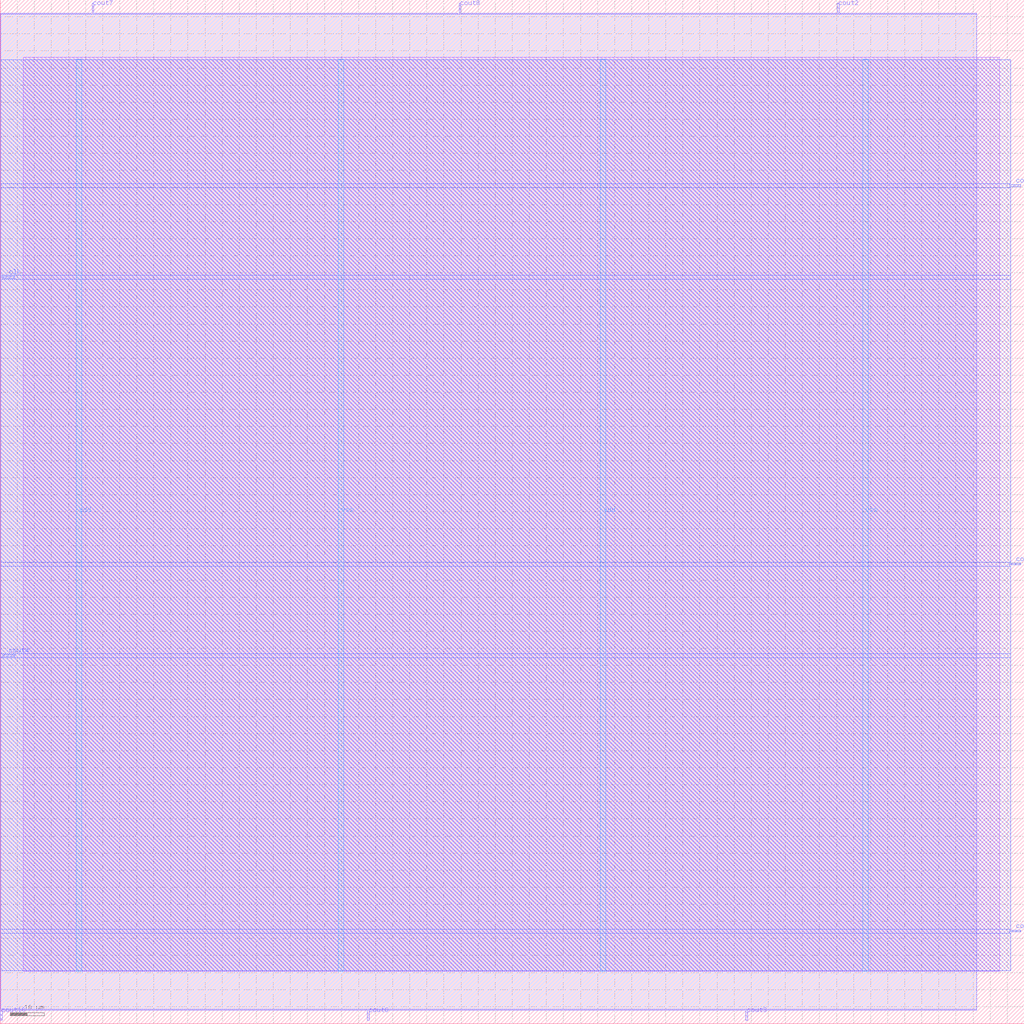
<source format=lef>
VERSION 5.7 ;
  NOWIREEXTENSIONATPIN ON ;
  DIVIDERCHAR "/" ;
  BUSBITCHARS "[]" ;
MACRO divider
  CLASS BLOCK ;
  FOREIGN divider ;
  ORIGIN 0.000 0.000 ;
  SIZE 300.000 BY 300.000 ;
  PIN clk
    DIRECTION INPUT ;
    USE SIGNAL ;
    PORT
      LAYER Metal3 ;
        RECT 1.000 218.400 4.000 218.960 ;
    END
  END clk
  PIN cout1
    DIRECTION OUTPUT TRISTATE ;
    USE SIGNAL ;
    PORT
      LAYER Metal3 ;
        RECT 296.000 26.880 299.000 27.440 ;
    END
  END cout1
  PIN cout10
    DIRECTION OUTPUT TRISTATE ;
    USE SIGNAL ;
    PORT
      LAYER Metal2 ;
        RECT 0.000 1.000 0.560 4.000 ;
    END
  END cout10
  PIN cout2
    DIRECTION OUTPUT TRISTATE ;
    USE SIGNAL ;
    PORT
      LAYER Metal2 ;
        RECT 245.280 296.000 245.840 299.000 ;
    END
  END cout2
  PIN cout3
    DIRECTION OUTPUT TRISTATE ;
    USE SIGNAL ;
    PORT
      LAYER Metal2 ;
        RECT 218.400 1.000 218.960 4.000 ;
    END
  END cout3
  PIN cout4
    DIRECTION OUTPUT TRISTATE ;
    USE SIGNAL ;
    PORT
      LAYER Metal3 ;
        RECT 1.000 107.520 4.000 108.080 ;
    END
  END cout4
  PIN cout5
    DIRECTION OUTPUT TRISTATE ;
    USE SIGNAL ;
    PORT
      LAYER Metal3 ;
        RECT 296.000 245.280 299.000 245.840 ;
    END
  END cout5
  PIN cout6
    DIRECTION OUTPUT TRISTATE ;
    USE SIGNAL ;
    PORT
      LAYER Metal2 ;
        RECT 107.520 1.000 108.080 4.000 ;
    END
  END cout6
  PIN cout7
    DIRECTION OUTPUT TRISTATE ;
    USE SIGNAL ;
    PORT
      LAYER Metal2 ;
        RECT 26.880 296.000 27.440 299.000 ;
    END
  END cout7
  PIN cout8
    DIRECTION OUTPUT TRISTATE ;
    USE SIGNAL ;
    PORT
      LAYER Metal2 ;
        RECT 134.400 296.000 134.960 299.000 ;
    END
  END cout8
  PIN cout9
    DIRECTION OUTPUT TRISTATE ;
    USE SIGNAL ;
    PORT
      LAYER Metal3 ;
        RECT 296.000 134.400 299.000 134.960 ;
    END
  END cout9
  PIN vdd
    DIRECTION INOUT ;
    USE POWER ;
    PORT
      LAYER Metal4 ;
        RECT 22.240 15.380 23.840 282.540 ;
    END
    PORT
      LAYER Metal4 ;
        RECT 175.840 15.380 177.440 282.540 ;
    END
  END vdd
  PIN vss
    DIRECTION INOUT ;
    USE GROUND ;
    PORT
      LAYER Metal4 ;
        RECT 99.040 15.380 100.640 282.540 ;
    END
    PORT
      LAYER Metal4 ;
        RECT 252.640 15.380 254.240 282.540 ;
    END
  END vss
  OBS
      LAYER Metal1 ;
        RECT 6.720 15.380 292.880 283.210 ;
      LAYER Metal2 ;
        RECT 0.140 295.700 26.580 296.000 ;
        RECT 27.740 295.700 134.100 296.000 ;
        RECT 135.260 295.700 244.980 296.000 ;
        RECT 246.140 295.700 286.020 296.000 ;
        RECT 0.140 4.300 286.020 295.700 ;
        RECT 0.860 4.000 107.220 4.300 ;
        RECT 108.380 4.000 218.100 4.300 ;
        RECT 219.260 4.000 286.020 4.300 ;
      LAYER Metal3 ;
        RECT 0.090 246.140 296.000 282.380 ;
        RECT 0.090 244.980 295.700 246.140 ;
        RECT 0.090 219.260 296.000 244.980 ;
        RECT 0.090 218.100 0.700 219.260 ;
        RECT 4.300 218.100 296.000 219.260 ;
        RECT 0.090 135.260 296.000 218.100 ;
        RECT 0.090 134.100 295.700 135.260 ;
        RECT 0.090 108.380 296.000 134.100 ;
        RECT 0.090 107.220 0.700 108.380 ;
        RECT 4.300 107.220 296.000 108.380 ;
        RECT 0.090 27.740 296.000 107.220 ;
        RECT 0.090 26.580 295.700 27.740 ;
        RECT 0.090 15.540 296.000 26.580 ;
  END
END divider
END LIBRARY


</source>
